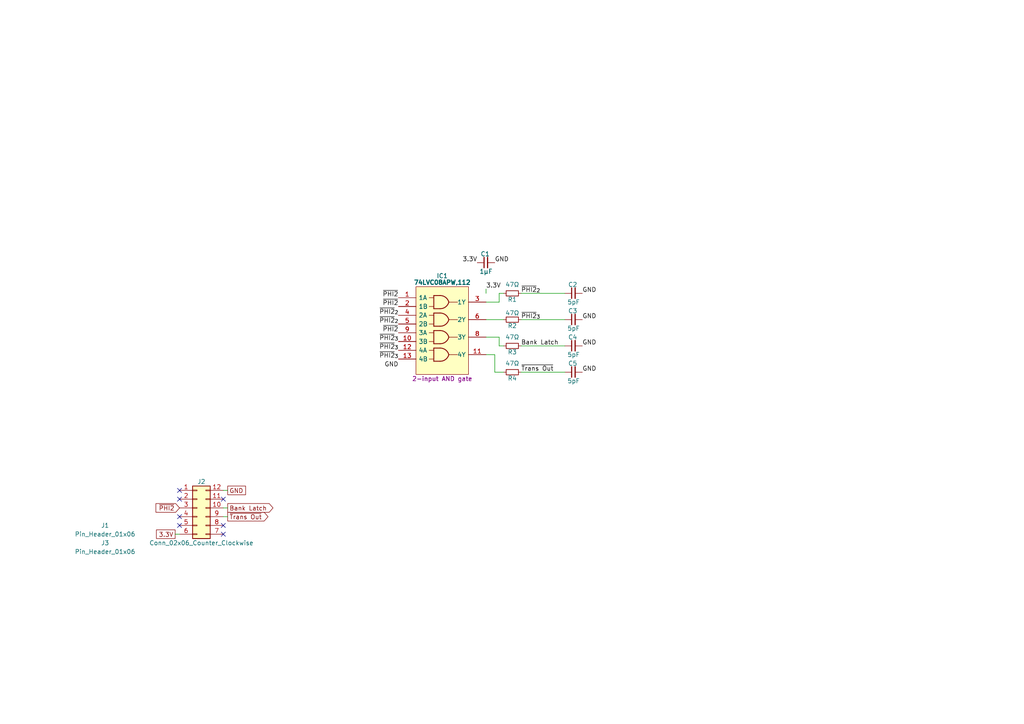
<source format=kicad_sch>
(kicad_sch (version 20231120) (generator "eeschema") (generator_version "8.0")
  (paper "A4")
  (title_block (title "MPU Timer") (date "2024-02-22") (rev "V1"))
  (lib_symbols
    (symbol "Connector_Generic:Conn_02x06_Counter_Clockwise" (pin_names (offset 1.016) hide)
      (property "Reference" "J" (at 1.27 7.62 0))
      (property "Value" "Conn_02x06_Counter_Clockwise" (at 1.27 -10.16 0))
      (symbol "Conn_02x06_Counter_Clockwise_1_1"
        (rectangle (start -1.27 -7.493) (end 0 -7.747) (stroke (width 0.1524)))
        (rectangle (start -1.27 -4.953) (end 0 -5.207) (stroke (width 0.1524)))
        (rectangle (start -1.27 -2.413) (end 0 -2.667) (stroke (width 0.1524)))
        (rectangle (start -1.27 0.127) (end 0 -0.127) (stroke (width 0.1524)))
        (rectangle (start -1.27 2.667) (end 0 2.413) (stroke (width 0.1524)))
        (rectangle (start -1.27 5.207) (end 0 4.953) (stroke (width 0.1524)))
        (rectangle (start -1.27 6.35) (end 3.81 -8.89) (stroke (width 0.254)) (fill (type background)))
        (rectangle (start 3.81 -7.493) (end 2.54 -7.747) (stroke (width 0.1524)))
        (rectangle (start 3.81 -4.953) (end 2.54 -5.207) (stroke (width 0.1524)))
        (rectangle (start 3.81 -2.413) (end 2.54 -2.667) (stroke (width 0.1524)))
        (rectangle (start 3.81 0.127) (end 2.54 -0.127) (stroke (width 0.1524)))
        (rectangle (start 3.81 2.667) (end 2.54 2.413) (stroke (width 0.1524)))
        (rectangle (start 3.81 5.207) (end 2.54 4.953) (stroke (width 0.1524)))
        (pin passive line (at -5.08 5.08 0) (length 3.81) (name "Pin_1") (number "1"))
        (pin passive line (at 7.62 0 180) (length 3.81) (name "Pin_10") (number "10"))
        (pin passive line (at 7.62 2.54 180) (length 3.81) (name "Pin_11") (number "11"))
        (pin passive line (at 7.62 5.08 180) (length 3.81) (name "Pin_12") (number "12"))
        (pin passive line (at -5.08 2.54 0) (length 3.81) (name "Pin_2") (number "2"))
        (pin passive line (at -5.08 0 0) (length 3.81) (name "Pin_3") (number "3"))
        (pin passive line (at -5.08 -2.54 0) (length 3.81) (name "Pin_4") (number "4"))
        (pin passive line (at -5.08 -5.08 0) (length 3.81) (name "Pin_5") (number "5"))
        (pin passive line (at -5.08 -7.62 0) (length 3.81) (name "Pin_6") (number "6"))
        (pin passive line (at 7.62 -7.62 180) (length 3.81) (name "Pin_7") (number "7"))
        (pin passive line (at 7.62 -5.08 180) (length 3.81) (name "Pin_8") (number "8"))
        (pin passive line (at 7.62 -2.54 180) (length 3.81) (name "Pin_9") (number "9"))
      )
    )
    (symbol "HCP65:C_0805" (pin_numbers hide) (pin_names (offset 0.254) hide)
      (property "Reference" "C" (at 2.286 2.54 0))
      (property "Value" "?μF" (at 2.54 -2.54 0))
      (symbol "C_0805_0_1"
        (polyline (pts (xy 1.9685 -1.4605) (xy 1.9685 1.5875)) (stroke (width 0.3048)))
        (polyline (pts (xy 2.9845 -1.4605) (xy 2.9845 1.5875)) (stroke (width 0.3302)))
      )
      (symbol "C_0805_1_1"
        (pin passive line (at 0 0 0) (length 2.032) (name "~") (number "1"))
        (pin passive line (at 5.08 0 180) (length 2.032) (name "~") (number "2"))
      )
    )
    (symbol "HCP65:Pin_Header_01x16" (pin_names (offset 1.016) hide)
      (property "Reference" "J" (at 0 1.27 0))
      (property "Value" "Pin_Header_01x16" (at 0 -1.27 0))
    )
    (symbol "HCP65:R_0805" (pin_numbers hide) (pin_names hide)
      (property "Reference" "R" (at 2.54 1.778 0))
      (property "Value" "?Ω" (at 2.54 -1.905 0))
      (symbol "R_0805_0_1"
        (rectangle (start 0.762 0.762) (end 4.318 -0.762) (stroke (width 0.2032)))
      )
      (symbol "R_0805_1_1"
        (pin passive line (at 0 0 0) (length 0.72) (name "~") (number "1"))
        (pin passive line (at 5.08 0 180) (length 0.72) (name "~") (number "2"))
      )
    )
    (symbol "Nexperia:74LVC08APW,112" (pin_names (offset 0.762))
      (property "Reference" "IC" (at 12.7 6.35 0))
      (property "Value" "74LVC08APW,112" (at 12.7 4.445 0))
      (property "Description" "2-input AND gate" (at 12.7 -23.495 0))
      (symbol "74LVC08APW,112_0_0"
        (pin input line (at 0 0 0) (length 5.08) (name "1A") (number "1"))
        (pin input line (at 0 -12.7 0) (length 5.08) (name "3B") (number "10"))
        (pin output line (at 25.4 -16.51 180) (length 5.08) (name "4Y") (number "11"))
        (pin input line (at 0 -15.24 0) (length 5.08) (name "4A") (number "12"))
        (pin input line (at 0 -17.78 0) (length 5.08) (name "4B") (number "13"))
        (pin passive line (at 25.4 1.27 180) (length 5.08) hide (name "3V") (number "14"))
        (pin input line (at 0 -2.54 0) (length 5.08) (name "1B") (number "2"))
        (pin passive line (at 25.4 -1.27 180) (length 5.08) (name "1Y") (number "3"))
        (pin input line (at 0 -5.08 0) (length 5.08) (name "2A") (number "4"))
        (pin input line (at 0 -7.62 0) (length 5.08) (name "2B") (number "5"))
        (pin output line (at 25.4 -6.35 180) (length 5.08) (name "2Y") (number "6"))
        (pin passive line (at 0 -20.32 0) (length 5.08) hide (name "GND") (number "7"))
        (pin output line (at 25.4 -11.43 180) (length 5.08) (name "3Y") (number "8"))
        (pin input line (at 0 -10.16 0) (length 5.08) (name "3A") (number "9"))
      )
      (symbol "74LVC08APW,112_0_1"
        (polyline (pts (xy 8.89 -17.78) (xy 10.1599 -17.78)))
        (polyline (pts (xy 8.89 -15.24) (xy 10.1599 -15.24)))
        (polyline (pts (xy 8.89 -12.7) (xy 10.1599 -12.7)))
        (polyline (pts (xy 8.89 -10.16) (xy 10.1599 -10.16)))
        (polyline (pts (xy 8.89 -7.62) (xy 10.1599 -7.62)))
        (polyline (pts (xy 8.89 -5.08) (xy 10.1599 -5.08)))
        (polyline (pts (xy 8.89 -2.54) (xy 10.1599 -2.54)))
        (polyline (pts (xy 8.89 0) (xy 10.1599 0)))
        (polyline (pts (xy 10.248 -14.605) (xy 10.248 -18.415)) (stroke (width 0.254)) (fill (type background)))
        (polyline (pts (xy 10.248 -9.525) (xy 10.248 -13.335)) (stroke (width 0.254)) (fill (type background)))
        (polyline (pts (xy 10.248 -4.445) (xy 10.248 -8.255)) (stroke (width 0.254)) (fill (type background)))
        (polyline (pts (xy 10.248 0.635) (xy 10.248 -3.175)) (stroke (width 0.254)) (fill (type background)))
        (polyline (pts (xy 12.065 -18.415) (xy 10.248 -18.415)) (stroke (width 0.254)) (fill (type background)))
        (polyline (pts (xy 12.065 -14.605) (xy 10.248 -14.605)) (stroke (width 0.254)) (fill (type background)))
        (polyline (pts (xy 12.065 -13.335) (xy 10.248 -13.335)) (stroke (width 0.254)) (fill (type background)))
        (polyline (pts (xy 12.065 -9.525) (xy 10.248 -9.525)) (stroke (width 0.254)) (fill (type background)))
        (polyline (pts (xy 12.065 -8.255) (xy 10.248 -8.255)) (stroke (width 0.254)) (fill (type background)))
        (polyline (pts (xy 12.065 -4.445) (xy 10.248 -4.445)) (stroke (width 0.254)) (fill (type background)))
        (polyline (pts (xy 12.065 -3.175) (xy 10.248 -3.175)) (stroke (width 0.254)) (fill (type background)))
        (polyline (pts (xy 12.065 0.635) (xy 10.248 0.635)) (stroke (width 0.254)) (fill (type background)))
        (polyline (pts (xy 14.605 -16.51) (xy 17.145 -16.51)))
        (polyline (pts (xy 14.605 -11.43) (xy 17.145 -11.43)))
        (polyline (pts (xy 14.605 -6.35) (xy 17.145 -6.35)))
        (polyline (pts (xy 14.605 -1.27) (xy 17.145 -1.27)))
        (polyline (pts (xy 5.08 3.175) (xy 20.32 3.175) (xy 20.32 -22.225) (xy 5.08 -22.225) (xy 5.08 3.175)) (stroke (width 0.1524)) (fill (type background)))
        (arc (start 12.065 -18.415) (mid 13.6634 -17.9004) (end 14.605 -16.51) (stroke (width 0.254)))
        (arc (start 12.065 -13.335) (mid 13.6634 -12.8204) (end 14.605 -11.43) (stroke (width 0.254)))
        (arc (start 12.065 -8.255) (mid 13.6634 -7.7404) (end 14.605 -6.35) (stroke (width 0.254)))
        (arc (start 12.065 -3.175) (mid 13.6634 -2.6604) (end 14.605 -1.27) (stroke (width 0.254)))
        (arc (start 14.605 -16.51) (mid 13.6646 -15.118) (end 12.065 -14.605) (stroke (width 0.254)))
        (arc (start 14.605 -11.43) (mid 13.6646 -10.038) (end 12.065 -9.525) (stroke (width 0.254)))
        (arc (start 14.605 -6.35) (mid 13.6646 -4.958) (end 12.065 -4.445) (stroke (width 0.254)))
        (arc (start 14.605 -1.27) (mid 13.6646 0.122) (end 12.065 0.635) (stroke (width 0.254)))
      )
    )
  )
  (no_connect (at 52.07 144.78))
  (no_connect (at 52.07 149.86))
  (no_connect (at 52.07 142.24))
  (no_connect (at 64.77 154.94))
  (no_connect (at 64.77 144.78))
  (no_connect (at 64.77 152.4))
  (no_connect (at 52.07 152.4))
  (wire (pts (xy 143.51 107.95) (xy 146.05 107.95)))
  (wire (pts (xy 151.13 92.71) (xy 163.83 92.71)))
  (wire (pts (xy 66.04 149.86) (xy 64.77 149.86)))
  (wire (pts (xy 151.13 107.95) (xy 163.83 107.95)))
  (wire (pts (xy 66.04 142.24) (xy 64.77 142.24)))
  (wire (pts (xy 144.78 85.09) (xy 146.05 85.09)))
  (wire (pts (xy 151.13 100.33) (xy 163.83 100.33)))
  (wire (pts (xy 50.8 154.94) (xy 52.07 154.94)))
  (wire (pts (xy 140.97 92.71) (xy 146.05 92.71)))
  (wire (pts (xy 66.04 147.32) (xy 64.77 147.32)))
  (wire (pts (xy 144.78 97.79) (xy 144.78 100.33)))
  (wire (pts (xy 144.78 87.63) (xy 140.97 87.63)))
  (wire (pts (xy 151.13 85.09) (xy 163.83 85.09)))
  (wire (pts (xy 140.97 102.87) (xy 143.51 102.87)))
  (wire (pts (xy 144.78 100.33) (xy 146.05 100.33)))
  (wire (pts (xy 144.78 85.09) (xy 144.78 87.63)))
  (wire (pts (xy 140.97 83.82) (xy 140.97 85.09)))
  (wire (pts (xy 140.97 97.79) (xy 144.78 97.79)))
  (wire (pts (xy 143.51 102.87) (xy 143.51 107.95)))
  (label "GND" (at 168.91 107.95 0))
  (label "~{PHI2}" (at 115.57 88.9 180))
  (label "GND" (at 168.91 85.09 0))
  (label "~{PHI2}_{2}" (at 115.57 93.98 180))
  (label "GND" (at 143.51 76.2 0))
  (label "GND" (at 115.57 106.68 180))
  (label "~{PHI2}" (at 115.57 86.36 180))
  (label "GND" (at 168.91 92.71 0))
  (label "~{PHI2}_{2}" (at 151.13 85.09 0))
  (label "~{PHI2}_{3}" (at 151.13 92.71 0))
  (label "~{PHI2}_{2}" (at 115.57 91.44 180))
  (label "GND" (at 168.91 100.33 0))
  (label "~{Trans Out}" (at 151.13 107.95 0))
  (label "~{PHI2}" (at 115.57 96.52 180))
  (label "Bank Latch" (at 151.13 100.33 0))
  (label "~{PHI2}_{3}" (at 115.57 104.14 180))
  (label "3.3V" (at 140.97 83.82 0))
  (label "~{PHI2}_{3}" (at 115.57 99.06 180))
  (label "~{PHI2}_{3}" (at 115.57 101.6 180))
  (label "3.3V" (at 138.43 76.2 180))
  (global_label "3.3V" (shape passive) (at 50.8 154.94 180) (property "Intersheetrefs" "${INTERSHEET_REFS}" (effects (hide yes))))
  (global_label "~{PHI2}" (shape input) (at 52.07 147.32 180) (property "Intersheetrefs" "${INTERSHEET_REFS}" (effects (hide yes))))
  (global_label "Bank Latch" (shape output) (at 66.04 147.32 0) (property "Intersheetrefs" "${INTERSHEET_REFS}" (effects (hide yes))))
  (global_label "GND" (shape passive) (at 66.04 142.24 0) (property "Intersheetrefs" "${INTERSHEET_REFS}" (effects (hide yes))))
  (global_label "~{Trans Out}" (shape output) (at 66.04 149.86 0) (property "Intersheetrefs" "${INTERSHEET_REFS}" (effects (hide yes))))
  (symbol (lib_id "HCP65:Pin_Header_01x16") (at 30.48 158.75 0) (unit 1)
    (property "Reference" "J3" (at 30.48 157.48 0))
    (property "Value" "Pin_Header_01x06" (at 30.48 160.02 0))
    (property "Footprint" "SamacSys_Parts:PinHeader_1x06_P2.54mm_Vertical" (effects (hide yes)))
  )
  (symbol (lib_id "HCP65:C_0805") (at 163.83 107.95 0) (unit 1)
    (property "Reference" "C5" (at 166.116 105.41 0))
    (property "Value" "5pF" (at 166.37 110.49 0))
    (property "Footprint" "SamacSys_Parts:C_0805" (effects (hide yes)))
  )
  (symbol (lib_id "Nexperia:74LVC08APW,112") (at 115.57 86.36 0) (unit 1)
    (property "Reference" "IC1" (at 128.27 80.01 0))
    (property "Value" "74LVC08APW,112" (at 128.27 81.915 0) (effects (font (bold yes))))
    (property "Footprint" "SamacSys_Parts:SOP65P640X110-14N" (effects (hide yes)))
    (property "Datasheet" "https://assets.nexperia.com/documents/data-sheet/74LVC08A.pdf" (effects (hide yes)))
    (property "Description" "2-input AND gate" (at 128.27 109.855 0))
    (property "Height" "1.1" (effects (hide yes)))
    (property "Mouser Part Number" "771-74LVC08APW" (effects (hide yes)))
    (property "Mouser Price/Stock" "https://www.mouser.com/Search/Refine.aspx?Keyword=771-74LVC08APW" (effects (hide yes)))
    (property "Manufacturer_Name" "Nexperia" (effects (hide yes)))
    (property "Manufacturer_Part_Number" "74LVC08APW,112" (effects (hide yes)))
    (property "Silkscreen" "74LVC08" (effects (hide yes)))
    (property "Garbage" "NXP 74LVC08APW,112, Quad 2-Input AND Logic Gate, 1.2  3.6 V, 14-Pin TSSOP" (effects (hide yes)))
  )
  (symbol (lib_id "HCP65:R_0805") (at 151.13 100.33 180) (unit 1)
    (property "Reference" "R3" (at 148.59 102.108 0))
    (property "Value" "47Ω" (at 148.59 97.79 0))
    (property "Footprint" "SamacSys_Parts:R_0805" (effects (hide yes)))
  )
  (symbol (lib_id "HCP65:C_0805") (at 163.83 85.09 0) (unit 1)
    (property "Reference" "C2" (at 166.116 82.55 0))
    (property "Value" "5pF" (at 166.37 87.63 0))
    (property "Footprint" "SamacSys_Parts:C_0805" (effects (hide yes)))
  )
  (symbol (lib_id "HCP65:R_0805") (at 151.13 92.71 180) (unit 1)
    (property "Reference" "R2" (at 148.59 94.488 0))
    (property "Value" "47Ω" (at 148.59 90.805 0))
    (property "Footprint" "SamacSys_Parts:R_0805" (effects (hide yes)))
  )
  (symbol (lib_id "HCP65:Pin_Header_01x16") (at 30.48 153.67 0) (unit 1)
    (property "Reference" "J1" (at 30.48 152.4 0))
    (property "Value" "Pin_Header_01x06" (at 30.48 154.94 0))
    (property "Footprint" "SamacSys_Parts:PinHeader_1x06_P2.54mm_Vertical" (effects (hide yes)))
  )
  (symbol (lib_id "HCP65:R_0805") (at 151.13 85.09 180) (unit 1)
    (property "Reference" "R1" (at 148.59 86.868 0))
    (property "Value" "47Ω" (at 148.59 82.55 0))
    (property "Footprint" "SamacSys_Parts:R_0805" (effects (hide yes)))
  )
  (symbol (lib_id "HCP65:R_0805") (at 151.13 107.95 180) (unit 1)
    (property "Reference" "R4" (at 148.59 109.728 0))
    (property "Value" "47Ω" (at 148.59 105.41 0))
    (property "Footprint" "SamacSys_Parts:R_0805" (effects (hide yes)))
  )
  (symbol (lib_id "HCP65:C_0805") (at 163.83 100.33 0) (unit 1)
    (property "Reference" "C4" (at 166.116 97.79 0))
    (property "Value" "5pF" (at 166.37 102.87 0))
    (property "Footprint" "SamacSys_Parts:C_0805" (effects (hide yes)))
  )
  (symbol (lib_id "Connector_Generic:Conn_02x06_Counter_Clockwise") (at 57.15 147.32 0) (unit 1)
    (property "Reference" "J2" (at 58.42 139.7 0))
    (property "Value" "Conn_02x06_Counter_Clockwise" (at 58.42 157.48 0))
    (property "Footprint" "SamacSys_Parts:DIP-12_Board_W22.86mm_Alt" (effects (hide yes)))
    (property "Description" "Generic connector, double row, 02x06, counter clockwise pin numbering scheme (similar to DIP package numbering), script generated (kicad-library-utils/schlib/autogen/connector/)" (effects (hide yes)))
  )
  (symbol (lib_id "HCP65:C_0805") (at 138.43 76.2 0) (unit 1)
    (property "Reference" "C1" (at 140.716 73.66 0))
    (property "Value" "1μF" (at 140.97 78.74 0))
    (property "Footprint" "SamacSys_Parts:C_0805" (effects (hide yes)))
  )
  (symbol (lib_id "HCP65:C_0805") (at 163.83 92.71 0) (unit 1)
    (property "Reference" "C3" (at 166.116 90.17 0))
    (property "Value" "5pF" (at 166.37 95.25 0))
    (property "Footprint" "SamacSys_Parts:C_0805" (effects (hide yes)))
  )
)
</source>
